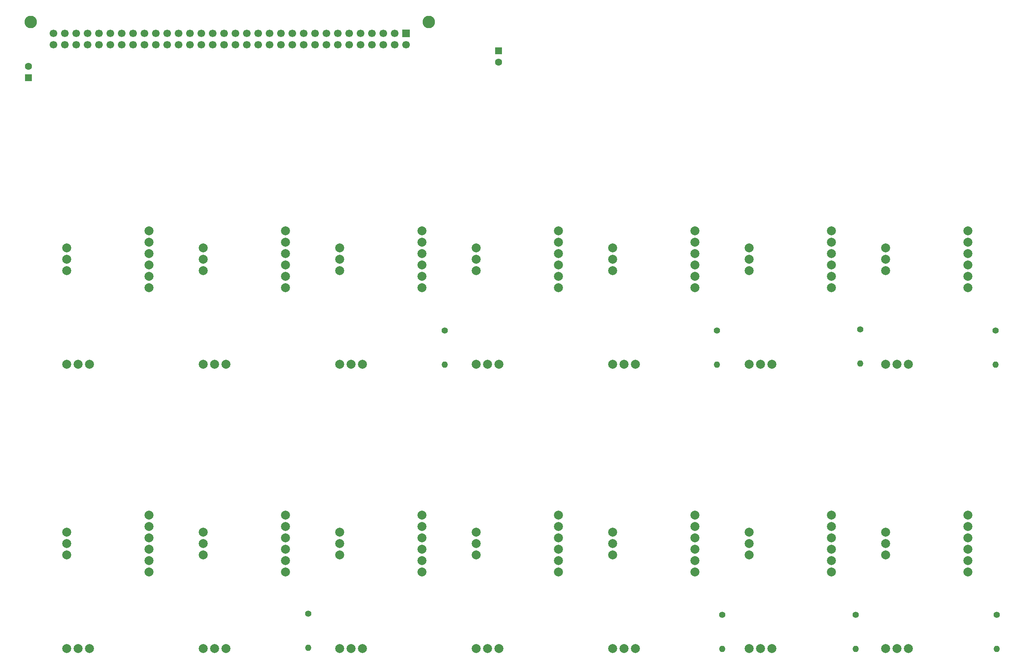
<source format=gbr>
G04 #@! TF.GenerationSoftware,KiCad,Pcbnew,(5.0.0)*
G04 #@! TF.CreationDate,2019-08-31T23:30:06+01:00*
G04 #@! TF.ProjectId,A-FJ,412D464A2E6B696361645F7063620000,rev?*
G04 #@! TF.SameCoordinates,Original*
G04 #@! TF.FileFunction,Soldermask,Top*
G04 #@! TF.FilePolarity,Negative*
%FSLAX46Y46*%
G04 Gerber Fmt 4.6, Leading zero omitted, Abs format (unit mm)*
G04 Created by KiCad (PCBNEW (5.0.0)) date 08/31/19 23:30:06*
%MOMM*%
%LPD*%
G01*
G04 APERTURE LIST*
%ADD10C,2.000000*%
%ADD11C,1.400000*%
%ADD12O,1.400000X1.400000*%
%ADD13C,1.600000*%
%ADD14R,1.600000X1.600000*%
%ADD15C,2.800000*%
%ADD16C,1.700000*%
%ADD17R,1.700000X1.700000*%
G04 APERTURE END LIST*
D10*
G04 #@! TO.C,U8*
X225425000Y-78740000D03*
X225425000Y-81280000D03*
X225425000Y-83820000D03*
X243840000Y-74930000D03*
X243840000Y-77470000D03*
X243840000Y-80010000D03*
X243840000Y-82550000D03*
X243840000Y-85090000D03*
X243840000Y-87630000D03*
X230505000Y-104775000D03*
X227965000Y-104775000D03*
X225425000Y-104775000D03*
G04 #@! TD*
G04 #@! TO.C,U1*
X225425000Y-142240000D03*
X225425000Y-144780000D03*
X225425000Y-147320000D03*
X243840000Y-138430000D03*
X243840000Y-140970000D03*
X243840000Y-143510000D03*
X243840000Y-146050000D03*
X243840000Y-148590000D03*
X243840000Y-151130000D03*
X230505000Y-168275000D03*
X227965000Y-168275000D03*
X225425000Y-168275000D03*
G04 #@! TD*
G04 #@! TO.C,U12*
X103505000Y-78740000D03*
X103505000Y-81280000D03*
X103505000Y-83820000D03*
X121920000Y-74930000D03*
X121920000Y-77470000D03*
X121920000Y-80010000D03*
X121920000Y-82550000D03*
X121920000Y-85090000D03*
X121920000Y-87630000D03*
X108585000Y-104775000D03*
X106045000Y-104775000D03*
X103505000Y-104775000D03*
G04 #@! TD*
G04 #@! TO.C,U11*
X133985000Y-78740000D03*
X133985000Y-81280000D03*
X133985000Y-83820000D03*
X152400000Y-74930000D03*
X152400000Y-77470000D03*
X152400000Y-80010000D03*
X152400000Y-82550000D03*
X152400000Y-85090000D03*
X152400000Y-87630000D03*
X139065000Y-104775000D03*
X136525000Y-104775000D03*
X133985000Y-104775000D03*
G04 #@! TD*
G04 #@! TO.C,U14*
X42545000Y-78740000D03*
X42545000Y-81280000D03*
X42545000Y-83820000D03*
X60960000Y-74930000D03*
X60960000Y-77470000D03*
X60960000Y-80010000D03*
X60960000Y-82550000D03*
X60960000Y-85090000D03*
X60960000Y-87630000D03*
X47625000Y-104775000D03*
X45085000Y-104775000D03*
X42545000Y-104775000D03*
G04 #@! TD*
G04 #@! TO.C,U13*
X73025000Y-78740000D03*
X73025000Y-81280000D03*
X73025000Y-83820000D03*
X91440000Y-74930000D03*
X91440000Y-77470000D03*
X91440000Y-80010000D03*
X91440000Y-82550000D03*
X91440000Y-85090000D03*
X91440000Y-87630000D03*
X78105000Y-104775000D03*
X75565000Y-104775000D03*
X73025000Y-104775000D03*
G04 #@! TD*
D11*
G04 #@! TO.C,R3*
X250250000Y-160750000D03*
D12*
X250250000Y-168370000D03*
G04 #@! TD*
D11*
G04 #@! TO.C,R4*
X189000000Y-160750000D03*
D12*
X189000000Y-168370000D03*
G04 #@! TD*
D11*
G04 #@! TO.C,R5*
X127000000Y-97250000D03*
D12*
X127000000Y-104870000D03*
G04 #@! TD*
D11*
G04 #@! TO.C,R6*
X218750000Y-160750000D03*
D12*
X218750000Y-168370000D03*
G04 #@! TD*
D11*
G04 #@! TO.C,R7*
X187750000Y-97250000D03*
D12*
X187750000Y-104870000D03*
G04 #@! TD*
D11*
G04 #@! TO.C,R8*
X96500000Y-160500000D03*
D12*
X96500000Y-168120000D03*
G04 #@! TD*
D10*
G04 #@! TO.C,U2*
X194945000Y-142240000D03*
X194945000Y-144780000D03*
X194945000Y-147320000D03*
X213360000Y-138430000D03*
X213360000Y-140970000D03*
X213360000Y-143510000D03*
X213360000Y-146050000D03*
X213360000Y-148590000D03*
X213360000Y-151130000D03*
X200025000Y-168275000D03*
X197485000Y-168275000D03*
X194945000Y-168275000D03*
G04 #@! TD*
G04 #@! TO.C,U3*
X164465000Y-142240000D03*
X164465000Y-144780000D03*
X164465000Y-147320000D03*
X182880000Y-138430000D03*
X182880000Y-140970000D03*
X182880000Y-143510000D03*
X182880000Y-146050000D03*
X182880000Y-148590000D03*
X182880000Y-151130000D03*
X169545000Y-168275000D03*
X167005000Y-168275000D03*
X164465000Y-168275000D03*
G04 #@! TD*
G04 #@! TO.C,U4*
X133985000Y-142240000D03*
X133985000Y-144780000D03*
X133985000Y-147320000D03*
X152400000Y-138430000D03*
X152400000Y-140970000D03*
X152400000Y-143510000D03*
X152400000Y-146050000D03*
X152400000Y-148590000D03*
X152400000Y-151130000D03*
X139065000Y-168275000D03*
X136525000Y-168275000D03*
X133985000Y-168275000D03*
G04 #@! TD*
G04 #@! TO.C,U5*
X103505000Y-142240000D03*
X103505000Y-144780000D03*
X103505000Y-147320000D03*
X121920000Y-138430000D03*
X121920000Y-140970000D03*
X121920000Y-143510000D03*
X121920000Y-146050000D03*
X121920000Y-148590000D03*
X121920000Y-151130000D03*
X108585000Y-168275000D03*
X106045000Y-168275000D03*
X103505000Y-168275000D03*
G04 #@! TD*
G04 #@! TO.C,U6*
X73025000Y-142240000D03*
X73025000Y-144780000D03*
X73025000Y-147320000D03*
X91440000Y-138430000D03*
X91440000Y-140970000D03*
X91440000Y-143510000D03*
X91440000Y-146050000D03*
X91440000Y-148590000D03*
X91440000Y-151130000D03*
X78105000Y-168275000D03*
X75565000Y-168275000D03*
X73025000Y-168275000D03*
G04 #@! TD*
G04 #@! TO.C,U7*
X42545000Y-142240000D03*
X42545000Y-144780000D03*
X42545000Y-147320000D03*
X60960000Y-138430000D03*
X60960000Y-140970000D03*
X60960000Y-143510000D03*
X60960000Y-146050000D03*
X60960000Y-148590000D03*
X60960000Y-151130000D03*
X47625000Y-168275000D03*
X45085000Y-168275000D03*
X42545000Y-168275000D03*
G04 #@! TD*
G04 #@! TO.C,U9*
X194945000Y-78740000D03*
X194945000Y-81280000D03*
X194945000Y-83820000D03*
X213360000Y-74930000D03*
X213360000Y-77470000D03*
X213360000Y-80010000D03*
X213360000Y-82550000D03*
X213360000Y-85090000D03*
X213360000Y-87630000D03*
X200025000Y-104775000D03*
X197485000Y-104775000D03*
X194945000Y-104775000D03*
G04 #@! TD*
G04 #@! TO.C,U10*
X164465000Y-78740000D03*
X164465000Y-81280000D03*
X164465000Y-83820000D03*
X182880000Y-74930000D03*
X182880000Y-77470000D03*
X182880000Y-80010000D03*
X182880000Y-82550000D03*
X182880000Y-85090000D03*
X182880000Y-87630000D03*
X169545000Y-104775000D03*
X167005000Y-104775000D03*
X164465000Y-104775000D03*
G04 #@! TD*
D13*
G04 #@! TO.C,C1*
X34000000Y-38250000D03*
D14*
X34000000Y-40750000D03*
G04 #@! TD*
D13*
G04 #@! TO.C,C2*
X139000000Y-37250000D03*
D14*
X139000000Y-34750000D03*
G04 #@! TD*
D15*
G04 #@! TO.C,J1*
X34525000Y-28321000D03*
X123425000Y-28321000D03*
D16*
X39605000Y-33401000D03*
X39605000Y-30861000D03*
X42145000Y-33401000D03*
X42145000Y-30861000D03*
X44685000Y-33401000D03*
X44685000Y-30861000D03*
X47225000Y-33401000D03*
X47225000Y-30861000D03*
X49765000Y-33401000D03*
X49765000Y-30861000D03*
X52305000Y-33401000D03*
X52305000Y-30861000D03*
X54845000Y-33401000D03*
X54845000Y-30861000D03*
X57385000Y-33401000D03*
X57385000Y-30861000D03*
X59925000Y-33401000D03*
X59925000Y-30861000D03*
X62465000Y-33401000D03*
X62465000Y-30861000D03*
X65005000Y-33401000D03*
X65005000Y-30861000D03*
X67545000Y-33401000D03*
X67545000Y-30861000D03*
X70085000Y-33401000D03*
X70085000Y-30861000D03*
X72625000Y-33401000D03*
X72625000Y-30861000D03*
X75165000Y-33401000D03*
X75165000Y-30861000D03*
X77705000Y-33401000D03*
X77705000Y-30861000D03*
X80245000Y-33401000D03*
X80245000Y-30861000D03*
X82785000Y-33401000D03*
X82785000Y-30861000D03*
X85325000Y-33401000D03*
X85325000Y-30861000D03*
X87865000Y-33401000D03*
X87865000Y-30861000D03*
X90405000Y-33401000D03*
X90405000Y-30861000D03*
X92945000Y-33401000D03*
X92945000Y-30861000D03*
X95485000Y-33401000D03*
X95485000Y-30861000D03*
X98025000Y-33401000D03*
X98025000Y-30861000D03*
X100565000Y-33401000D03*
X100565000Y-30861000D03*
X103105000Y-33401000D03*
X103105000Y-30861000D03*
X105645000Y-33401000D03*
X105645000Y-30861000D03*
X108185000Y-33401000D03*
X108185000Y-30861000D03*
X110725000Y-33401000D03*
X110725000Y-30861000D03*
X113265000Y-33401000D03*
X113265000Y-30861000D03*
X115805000Y-33401000D03*
X115805000Y-30861000D03*
X118345000Y-33401000D03*
D17*
X118345000Y-30861000D03*
G04 #@! TD*
D11*
G04 #@! TO.C,R1*
X250000000Y-97250000D03*
D12*
X250000000Y-104870000D03*
G04 #@! TD*
G04 #@! TO.C,R2*
X219750000Y-104620000D03*
D11*
X219750000Y-97000000D03*
G04 #@! TD*
M02*

</source>
